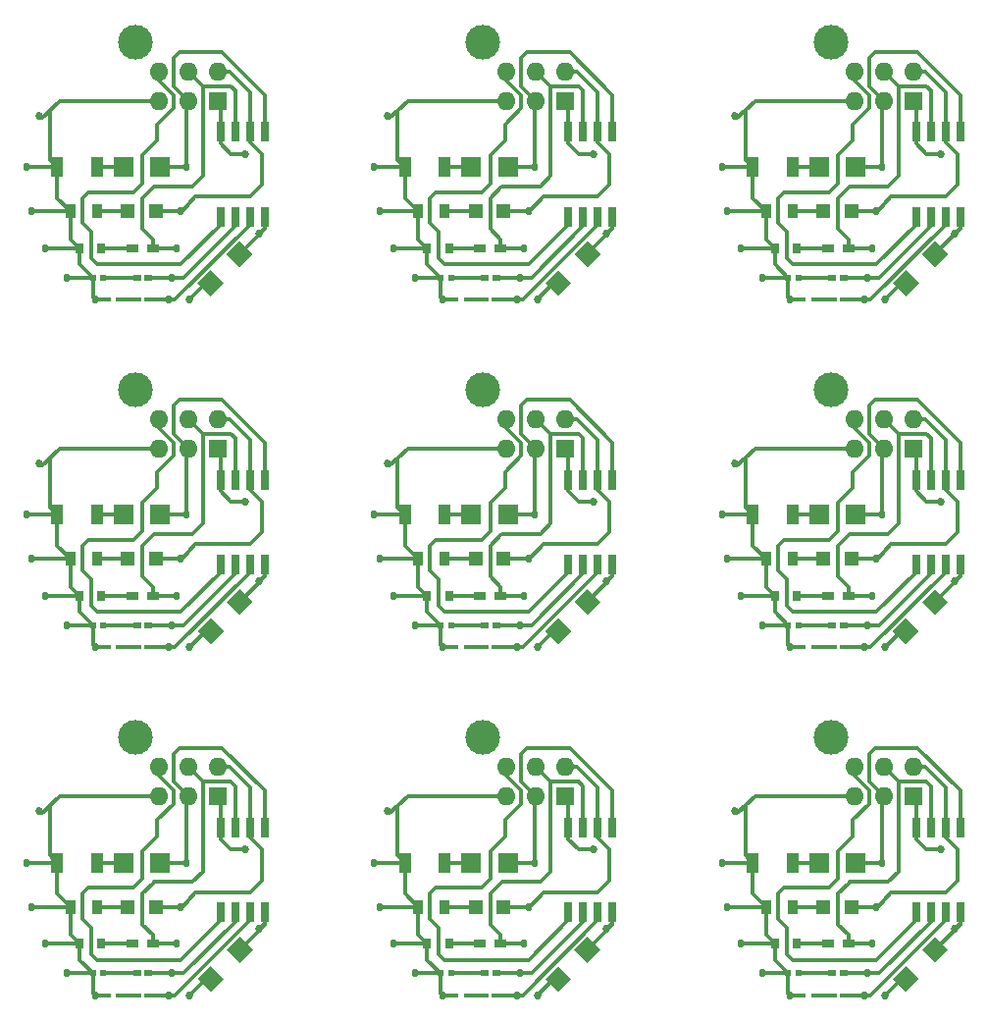
<source format=gtl>
%MOIN*%
%OFA0B0*%
%FSLAX46Y46*%
%IPPOS*%
%LPD*%
%ADD10C,0.0039370078740157488*%
%ADD11R,0.015748031496062995X0.015748031496062995*%
%ADD12R,0.027559055118110236X0.023622047244094488*%
%ADD13O,0.062992125984251982X0.062992125984251982*%
%ADD14R,0.062992125984251982X0.062992125984251982*%
%ADD15R,0.066929133858267723X0.0709*%
%ADD16R,0.051181102362204731X0.0472*%
%ADD17R,0.03937007874015748X0.031400000000000004*%
%ADD18R,0.025590551181102365X0.066929133858267723*%
%ADD19O,0.02X0.030000000000000002*%
%ADD20R,0.043307086614173235X0.066929133858267723*%
%ADD21R,0.035433070866141732X0.051181102362204731*%
%ADD22R,0.027559055118110236X0.035433070866141732*%
%ADD23R,0.023622047244094488X0.023622047244094488*%
%ADD24R,0.017716535433070866X0.016929133858267716*%
%ADD25C,0.11811023622047245*%
%ADD26C,0.027*%
%ADD27C,0.012000000000000002*%
%ADD38C,0.0039370078740157488*%
%ADD39R,0.015748031496062995X0.015748031496062995*%
%ADD40R,0.027559055118110236X0.023622047244094488*%
%ADD41O,0.062992125984251982X0.062992125984251982*%
%ADD42R,0.062992125984251982X0.062992125984251982*%
%ADD43R,0.066929133858267723X0.0709*%
%ADD44R,0.051181102362204731X0.0472*%
%ADD45R,0.03937007874015748X0.031400000000000004*%
%ADD46R,0.025590551181102365X0.066929133858267723*%
%ADD47O,0.02X0.030000000000000002*%
%ADD48R,0.043307086614173235X0.066929133858267723*%
%ADD49R,0.035433070866141732X0.051181102362204731*%
%ADD50R,0.027559055118110236X0.035433070866141732*%
%ADD51R,0.023622047244094488X0.023622047244094488*%
%ADD52R,0.017716535433070866X0.016929133858267716*%
%ADD53C,0.11811023622047245*%
%ADD54C,0.027*%
%ADD55C,0.012000000000000002*%
%ADD56C,0.0039370078740157488*%
%ADD57R,0.015748031496062995X0.015748031496062995*%
%ADD58R,0.027559055118110236X0.023622047244094488*%
%ADD59O,0.062992125984251982X0.062992125984251982*%
%ADD60R,0.062992125984251982X0.062992125984251982*%
%ADD61R,0.066929133858267723X0.0709*%
%ADD62R,0.051181102362204731X0.0472*%
%ADD63R,0.03937007874015748X0.031400000000000004*%
%ADD64R,0.025590551181102365X0.066929133858267723*%
%ADD65O,0.02X0.030000000000000002*%
%ADD66R,0.043307086614173235X0.066929133858267723*%
%ADD67R,0.035433070866141732X0.051181102362204731*%
%ADD68R,0.027559055118110236X0.035433070866141732*%
%ADD69R,0.023622047244094488X0.023622047244094488*%
%ADD70R,0.017716535433070866X0.016929133858267716*%
%ADD71C,0.11811023622047245*%
%ADD72C,0.027*%
%ADD73C,0.012000000000000002*%
%ADD74C,0.0039370078740157488*%
%ADD75R,0.015748031496062995X0.015748031496062995*%
%ADD76R,0.027559055118110236X0.023622047244094488*%
%ADD77O,0.062992125984251982X0.062992125984251982*%
%ADD78R,0.062992125984251982X0.062992125984251982*%
%ADD79R,0.066929133858267723X0.0709*%
%ADD80R,0.051181102362204731X0.0472*%
%ADD81R,0.03937007874015748X0.031400000000000004*%
%ADD82R,0.025590551181102365X0.066929133858267723*%
%ADD83O,0.02X0.030000000000000002*%
%ADD84R,0.043307086614173235X0.066929133858267723*%
%ADD85R,0.035433070866141732X0.051181102362204731*%
%ADD86R,0.027559055118110236X0.035433070866141732*%
%ADD87R,0.023622047244094488X0.023622047244094488*%
%ADD88R,0.017716535433070866X0.016929133858267716*%
%ADD89C,0.11811023622047245*%
%ADD90C,0.027*%
%ADD91C,0.012000000000000002*%
%ADD92C,0.0039370078740157488*%
%ADD93R,0.015748031496062995X0.015748031496062995*%
%ADD94R,0.027559055118110236X0.023622047244094488*%
%ADD95O,0.062992125984251982X0.062992125984251982*%
%ADD96R,0.062992125984251982X0.062992125984251982*%
%ADD97R,0.066929133858267723X0.0709*%
%ADD98R,0.051181102362204731X0.0472*%
%ADD99R,0.03937007874015748X0.031400000000000004*%
%ADD100R,0.025590551181102365X0.066929133858267723*%
%ADD101O,0.02X0.030000000000000002*%
%ADD102R,0.043307086614173235X0.066929133858267723*%
%ADD103R,0.035433070866141732X0.051181102362204731*%
%ADD104R,0.027559055118110236X0.035433070866141732*%
%ADD105R,0.023622047244094488X0.023622047244094488*%
%ADD106R,0.017716535433070866X0.016929133858267716*%
%ADD107C,0.11811023622047245*%
%ADD108C,0.027*%
%ADD109C,0.012000000000000002*%
%ADD110C,0.0039370078740157488*%
%ADD111R,0.015748031496062995X0.015748031496062995*%
%ADD112R,0.027559055118110236X0.023622047244094488*%
%ADD113O,0.062992125984251982X0.062992125984251982*%
%ADD114R,0.062992125984251982X0.062992125984251982*%
%ADD115R,0.066929133858267723X0.0709*%
%ADD116R,0.051181102362204731X0.0472*%
%ADD117R,0.03937007874015748X0.031400000000000004*%
%ADD118R,0.025590551181102365X0.066929133858267723*%
%ADD119O,0.02X0.030000000000000002*%
%ADD120R,0.043307086614173235X0.066929133858267723*%
%ADD121R,0.035433070866141732X0.051181102362204731*%
%ADD122R,0.027559055118110236X0.035433070866141732*%
%ADD123R,0.023622047244094488X0.023622047244094488*%
%ADD124R,0.017716535433070866X0.016929133858267716*%
%ADD125C,0.11811023622047245*%
%ADD126C,0.027*%
%ADD127C,0.012000000000000002*%
%ADD128C,0.0039370078740157488*%
%ADD129R,0.015748031496062995X0.015748031496062995*%
%ADD130R,0.027559055118110236X0.023622047244094488*%
%ADD131O,0.062992125984251982X0.062992125984251982*%
%ADD132R,0.062992125984251982X0.062992125984251982*%
%ADD133R,0.066929133858267723X0.0709*%
%ADD134R,0.051181102362204731X0.0472*%
%ADD135R,0.03937007874015748X0.031400000000000004*%
%ADD136R,0.025590551181102365X0.066929133858267723*%
%ADD137O,0.02X0.030000000000000002*%
%ADD138R,0.043307086614173235X0.066929133858267723*%
%ADD139R,0.035433070866141732X0.051181102362204731*%
%ADD140R,0.027559055118110236X0.035433070866141732*%
%ADD141R,0.023622047244094488X0.023622047244094488*%
%ADD142R,0.017716535433070866X0.016929133858267716*%
%ADD143C,0.11811023622047245*%
%ADD144C,0.027*%
%ADD145C,0.012000000000000002*%
%ADD146C,0.0039370078740157488*%
%ADD147R,0.015748031496062995X0.015748031496062995*%
%ADD148R,0.027559055118110236X0.023622047244094488*%
%ADD149O,0.062992125984251982X0.062992125984251982*%
%ADD150R,0.062992125984251982X0.062992125984251982*%
%ADD151R,0.066929133858267723X0.0709*%
%ADD152R,0.051181102362204731X0.0472*%
%ADD153R,0.03937007874015748X0.031400000000000004*%
%ADD154R,0.025590551181102365X0.066929133858267723*%
%ADD155O,0.02X0.030000000000000002*%
%ADD156R,0.043307086614173235X0.066929133858267723*%
%ADD157R,0.035433070866141732X0.051181102362204731*%
%ADD158R,0.027559055118110236X0.035433070866141732*%
%ADD159R,0.023622047244094488X0.023622047244094488*%
%ADD160R,0.017716535433070866X0.016929133858267716*%
%ADD161C,0.11811023622047245*%
%ADD162C,0.027*%
%ADD163C,0.012000000000000002*%
%ADD164C,0.0039370078740157488*%
%ADD165R,0.015748031496062995X0.015748031496062995*%
%ADD166R,0.027559055118110236X0.023622047244094488*%
%ADD167O,0.062992125984251982X0.062992125984251982*%
%ADD168R,0.062992125984251982X0.062992125984251982*%
%ADD169R,0.066929133858267723X0.0709*%
%ADD170R,0.051181102362204731X0.0472*%
%ADD171R,0.03937007874015748X0.031400000000000004*%
%ADD172R,0.025590551181102365X0.066929133858267723*%
%ADD173O,0.02X0.030000000000000002*%
%ADD174R,0.043307086614173235X0.066929133858267723*%
%ADD175R,0.035433070866141732X0.051181102362204731*%
%ADD176R,0.027559055118110236X0.035433070866141732*%
%ADD177R,0.023622047244094488X0.023622047244094488*%
%ADD178R,0.017716535433070866X0.016929133858267716*%
%ADD179C,0.11811023622047245*%
%ADD180C,0.027*%
%ADD181C,0.012000000000000002*%
G01*
D10*
D11*
X-0007643492Y0004156443D02*
X0000544696Y0000081443D03*
X0000568318Y0000081443D03*
D12*
X0000536822Y0000156443D03*
X0000576192Y0000156443D03*
D10*
G36*
X0000886004Y0000280482D02*
X0000930546Y0000235940D01*
X0000886004Y0000191398D01*
X0000841462Y0000235940D01*
X0000886004Y0000280482D01*
X0000886004Y0000280482D01*
G37*
G36*
X0000787009Y0000181487D02*
X0000831551Y0000136945D01*
X0000787009Y0000092403D01*
X0000742467Y0000136945D01*
X0000787009Y0000181487D01*
X0000787009Y0000181487D01*
G37*
D13*
X0000811507Y0000856443D03*
D14*
X0000811507Y0000756443D03*
D13*
X0000711507Y0000856443D03*
X0000711507Y0000756443D03*
X0000611507Y0000856443D03*
X0000611507Y0000756443D03*
D15*
X0000616507Y0000531443D03*
X0000491507Y0000531443D03*
D16*
X0000601507Y0000381443D03*
X0000506507Y0000381443D03*
D17*
X0000591507Y0000256443D03*
X0000521507Y0000256443D03*
D18*
X0000821507Y0000362742D03*
X0000871507Y0000362742D03*
X0000921507Y0000362742D03*
X0000971507Y0000362742D03*
X0000971507Y0000650143D03*
X0000921507Y0000650143D03*
X0000871507Y0000650143D03*
X0000821507Y0000650143D03*
D19*
X0000706507Y0000531443D03*
X0000686507Y0000381443D03*
X0000671507Y0000256443D03*
X0000656507Y0000156443D03*
X0000646507Y0000081443D03*
X0000161507Y0000531443D03*
X0000179007Y0000381443D03*
X0000226507Y0000256443D03*
X0000299007Y0000156443D03*
X0000394007Y0000081443D03*
D20*
X0000401507Y0000531443D03*
X0000266507Y0000531443D03*
D21*
X0000401507Y0000381443D03*
X0000311507Y0000381443D03*
D22*
X0000416507Y0000256443D03*
X0000341507Y0000256443D03*
D23*
X0000422255Y0000156443D03*
X0000386822Y0000156443D03*
D24*
X0000472255Y0000081443D03*
X0000440759Y0000081443D03*
D25*
X0000531507Y0000956443D03*
D26*
X0000206507Y0000706443D03*
X0000951507Y0000306443D03*
X0000716507Y0000081443D03*
X0000906507Y0000576443D03*
D27*
X0000394007Y0000081443D02*
X0000440759Y0000081443D01*
X0000386822Y0000156443D02*
X0000386822Y0000088628D01*
X0000386822Y0000088628D02*
X0000394007Y0000081443D01*
X0000214007Y0000698943D02*
X0000209007Y0000703943D01*
X0000209007Y0000703943D02*
X0000206507Y0000706443D01*
X0000971507Y0000362742D02*
X0000971507Y0000326443D01*
X0000971507Y0000326443D02*
X0000951507Y0000306443D01*
X0000877185Y0000227120D02*
X0000971507Y0000321443D01*
X0000971507Y0000321443D02*
X0000971507Y0000362742D01*
X0000341507Y0000256443D02*
X0000341507Y0000201758D01*
X0000341507Y0000201758D02*
X0000386822Y0000156443D01*
X0000311507Y0000381443D02*
X0000311507Y0000286443D01*
X0000311507Y0000286443D02*
X0000341507Y0000256443D01*
X0000266507Y0000531443D02*
X0000266507Y0000426443D01*
X0000266507Y0000426443D02*
X0000311507Y0000381443D01*
X0000611507Y0000756443D02*
X0000276507Y0000756443D01*
X0000241507Y0000556443D02*
X0000266507Y0000531443D01*
X0000241507Y0000721443D02*
X0000241507Y0000556443D01*
X0000276507Y0000756443D02*
X0000214007Y0000698943D01*
X0000214007Y0000698943D02*
X0000241507Y0000721443D01*
X0000299007Y0000156443D02*
X0000386822Y0000156443D01*
X0000226507Y0000256443D02*
X0000341507Y0000256443D01*
X0000184007Y0000381443D02*
X0000311507Y0000381443D01*
X0000266507Y0000531443D02*
X0000161507Y0000531443D01*
X0000716507Y0000081443D02*
X0000772009Y0000136945D01*
X0000772009Y0000136945D02*
X0000787009Y0000136945D01*
X0000821507Y0000650143D02*
X0000821507Y0000611443D01*
X0000856507Y0000576443D02*
X0000906507Y0000576443D01*
X0000821507Y0000611443D02*
X0000856507Y0000576443D01*
X0000780829Y0000130765D02*
X0000775829Y0000130765D01*
X0000821507Y0000650143D02*
X0000821507Y0000746443D01*
X0000821507Y0000746443D02*
X0000811507Y0000756443D01*
X0000921507Y0000650143D02*
X0000921507Y0000616443D01*
X0000736507Y0000431443D02*
X0000841507Y0000431443D01*
X0000736507Y0000431443D02*
X0000691507Y0000381443D01*
X0000921507Y0000431443D02*
X0000841507Y0000431443D01*
X0000961507Y0000471443D02*
X0000921507Y0000431443D01*
X0000961507Y0000576443D02*
X0000961507Y0000471443D01*
X0000921507Y0000616443D02*
X0000961507Y0000576443D01*
X0000686507Y0000381443D02*
X0000691507Y0000381443D01*
X0000921507Y0000650143D02*
X0000921507Y0000786443D01*
X0000851507Y0000856443D02*
X0000811507Y0000856443D01*
X0000921507Y0000786443D02*
X0000851507Y0000856443D01*
X0000601507Y0000381443D02*
X0000686507Y0000381443D01*
X0000711507Y0000856443D02*
X0000761507Y0000806443D01*
X0000761507Y0000806443D02*
X0000761507Y0000501443D01*
X0000556507Y0000426443D02*
X0000591507Y0000461443D01*
X0000556507Y0000321443D02*
X0000556507Y0000426443D01*
X0000591507Y0000286443D02*
X0000556507Y0000321443D01*
X0000591507Y0000256443D02*
X0000591507Y0000286443D01*
X0000596507Y0000466443D02*
X0000591507Y0000461443D01*
X0000726507Y0000466443D02*
X0000596507Y0000466443D01*
X0000761507Y0000501443D02*
X0000726507Y0000466443D01*
X0000871507Y0000650143D02*
X0000871507Y0000791443D01*
X0000856507Y0000806443D02*
X0000761507Y0000806443D01*
X0000871507Y0000791443D02*
X0000856507Y0000806443D01*
X0000591507Y0000256443D02*
X0000671507Y0000256443D01*
X0000706507Y0000531443D02*
X0000706507Y0000751443D01*
X0000706507Y0000751443D02*
X0000711507Y0000756443D01*
X0000971507Y0000650143D02*
X0000971507Y0000776443D01*
X0000661507Y0000806443D02*
X0000711507Y0000756443D01*
X0000661507Y0000901443D02*
X0000661507Y0000806443D01*
X0000681507Y0000921443D02*
X0000661507Y0000901443D01*
X0000826507Y0000921443D02*
X0000681507Y0000921443D01*
X0000971507Y0000776443D02*
X0000826507Y0000921443D01*
X0000616507Y0000531443D02*
X0000706507Y0000531443D01*
X0000821507Y0000362742D02*
X0000821507Y0000336443D01*
X0000821507Y0000336443D02*
X0000686507Y0000201443D01*
X0000686507Y0000201443D02*
X0000401507Y0000201443D01*
X0000401507Y0000201443D02*
X0000381507Y0000221443D01*
X0000381507Y0000221443D02*
X0000381507Y0000311443D01*
X0000381507Y0000311443D02*
X0000351507Y0000341443D01*
X0000351507Y0000341443D02*
X0000351507Y0000426443D01*
X0000351507Y0000426443D02*
X0000371507Y0000446443D01*
X0000371507Y0000446443D02*
X0000526507Y0000446443D01*
X0000526507Y0000446443D02*
X0000556507Y0000476443D01*
X0000556507Y0000476443D02*
X0000556507Y0000571443D01*
X0000556507Y0000571443D02*
X0000606507Y0000621443D01*
X0000606507Y0000621443D02*
X0000606507Y0000676443D01*
X0000606507Y0000676443D02*
X0000661507Y0000731443D01*
X0000661507Y0000731443D02*
X0000661507Y0000776443D01*
X0000661507Y0000776443D02*
X0000611507Y0000826443D01*
X0000611507Y0000826443D02*
X0000611507Y0000856443D01*
X0000401507Y0000381443D02*
X0000506507Y0000381443D01*
X0000416507Y0000256443D02*
X0000521507Y0000256443D01*
X0000422255Y0000156443D02*
X0000532885Y0000156443D01*
X0000491507Y0000531443D02*
X0000401507Y0000531443D01*
X0000656507Y0000156443D02*
X0000696507Y0000156443D01*
X0000696507Y0000156443D02*
X0000871507Y0000331443D01*
X0000871507Y0000331443D02*
X0000871507Y0000362742D01*
X0000576192Y0000156443D02*
X0000656507Y0000156443D01*
X0000568318Y0000081443D02*
X0000591507Y0000081443D01*
X0000591507Y0000081443D02*
X0000646507Y0000081443D01*
X0000651507Y0000081443D02*
X0000666507Y0000081443D01*
X0000666507Y0000081443D02*
X0000921507Y0000336443D01*
X0000921507Y0000336443D02*
X0000921507Y0000362742D01*
X0000544696Y0000081443D02*
X0000521507Y0000081443D01*
X0000521507Y0000081443D02*
X0000472255Y0000081443D01*
G04 next file*
G04 #@! TF.FileFunction,Copper,L1,Top,Signal*
G04 Gerber Fmt 4.6, Leading zero omitted, Abs format (unit mm)*
G04 Created by KiCad (PCBNEW 4.0.6) date 08/25/20 16:41:01*
G01*
G04 APERTURE LIST*
G04 APERTURE END LIST*
D38*
D39*
X-0006462368Y0004156443D02*
X0001725820Y0000081443D03*
X0001749442Y0000081443D03*
D40*
X0001717946Y0000156443D03*
X0001757316Y0000156443D03*
D38*
G36*
X0002067129Y0000280482D02*
X0002111671Y0000235940D01*
X0002067129Y0000191398D01*
X0002022587Y0000235940D01*
X0002067129Y0000280482D01*
X0002067129Y0000280482D01*
G37*
G36*
X0001968134Y0000181487D02*
X0002012676Y0000136945D01*
X0001968134Y0000092403D01*
X0001923592Y0000136945D01*
X0001968134Y0000181487D01*
X0001968134Y0000181487D01*
G37*
D41*
X0001992631Y0000856443D03*
D42*
X0001992631Y0000756443D03*
D41*
X0001892631Y0000856443D03*
X0001892631Y0000756443D03*
X0001792631Y0000856443D03*
X0001792631Y0000756443D03*
D43*
X0001797631Y0000531443D03*
X0001672631Y0000531443D03*
D44*
X0001782631Y0000381443D03*
X0001687631Y0000381443D03*
D45*
X0001772631Y0000256443D03*
X0001702631Y0000256443D03*
D46*
X0002002631Y0000362742D03*
X0002052631Y0000362742D03*
X0002102631Y0000362742D03*
X0002152631Y0000362742D03*
X0002152631Y0000650143D03*
X0002102631Y0000650143D03*
X0002052631Y0000650143D03*
X0002002631Y0000650143D03*
D47*
X0001887631Y0000531443D03*
X0001867631Y0000381443D03*
X0001852631Y0000256443D03*
X0001837631Y0000156443D03*
X0001827631Y0000081443D03*
X0001342631Y0000531443D03*
X0001360131Y0000381443D03*
X0001407631Y0000256443D03*
X0001480131Y0000156443D03*
X0001575131Y0000081443D03*
D48*
X0001582631Y0000531443D03*
X0001447631Y0000531443D03*
D49*
X0001582631Y0000381443D03*
X0001492631Y0000381443D03*
D50*
X0001597631Y0000256443D03*
X0001522631Y0000256443D03*
D51*
X0001603379Y0000156443D03*
X0001567946Y0000156443D03*
D52*
X0001653379Y0000081443D03*
X0001621883Y0000081443D03*
D53*
X0001712631Y0000956443D03*
D54*
X0001387631Y0000706443D03*
X0002132631Y0000306443D03*
X0001897631Y0000081443D03*
X0002087631Y0000576443D03*
D55*
X0001575131Y0000081443D02*
X0001621883Y0000081443D01*
X0001567946Y0000156443D02*
X0001567946Y0000088628D01*
X0001567946Y0000088628D02*
X0001575131Y0000081443D01*
X0001395131Y0000698943D02*
X0001390131Y0000703943D01*
X0001390131Y0000703943D02*
X0001387631Y0000706443D01*
X0002152631Y0000362742D02*
X0002152631Y0000326443D01*
X0002152631Y0000326443D02*
X0002132631Y0000306443D01*
X0002058309Y0000227120D02*
X0002152631Y0000321443D01*
X0002152631Y0000321443D02*
X0002152631Y0000362742D01*
X0001522631Y0000256443D02*
X0001522631Y0000201758D01*
X0001522631Y0000201758D02*
X0001567946Y0000156443D01*
X0001492631Y0000381443D02*
X0001492631Y0000286443D01*
X0001492631Y0000286443D02*
X0001522631Y0000256443D01*
X0001447631Y0000531443D02*
X0001447631Y0000426443D01*
X0001447631Y0000426443D02*
X0001492631Y0000381443D01*
X0001792631Y0000756443D02*
X0001457631Y0000756443D01*
X0001422631Y0000556443D02*
X0001447631Y0000531443D01*
X0001422631Y0000721443D02*
X0001422631Y0000556443D01*
X0001457631Y0000756443D02*
X0001395131Y0000698943D01*
X0001395131Y0000698943D02*
X0001422631Y0000721443D01*
X0001480131Y0000156443D02*
X0001567946Y0000156443D01*
X0001407631Y0000256443D02*
X0001522631Y0000256443D01*
X0001365131Y0000381443D02*
X0001492631Y0000381443D01*
X0001447631Y0000531443D02*
X0001342631Y0000531443D01*
X0001897631Y0000081443D02*
X0001953134Y0000136945D01*
X0001953134Y0000136945D02*
X0001968134Y0000136945D01*
X0002002631Y0000650143D02*
X0002002631Y0000611443D01*
X0002037631Y0000576443D02*
X0002087631Y0000576443D01*
X0002002631Y0000611443D02*
X0002037631Y0000576443D01*
X0001961954Y0000130765D02*
X0001956954Y0000130765D01*
X0002002631Y0000650143D02*
X0002002631Y0000746443D01*
X0002002631Y0000746443D02*
X0001992631Y0000756443D01*
X0002102631Y0000650143D02*
X0002102631Y0000616443D01*
X0001917631Y0000431443D02*
X0002022631Y0000431443D01*
X0001917631Y0000431443D02*
X0001872631Y0000381443D01*
X0002102631Y0000431443D02*
X0002022631Y0000431443D01*
X0002142631Y0000471443D02*
X0002102631Y0000431443D01*
X0002142631Y0000576443D02*
X0002142631Y0000471443D01*
X0002102631Y0000616443D02*
X0002142631Y0000576443D01*
X0001867631Y0000381443D02*
X0001872631Y0000381443D01*
X0002102631Y0000650143D02*
X0002102631Y0000786443D01*
X0002032631Y0000856443D02*
X0001992631Y0000856443D01*
X0002102631Y0000786443D02*
X0002032631Y0000856443D01*
X0001782631Y0000381443D02*
X0001867631Y0000381443D01*
X0001892631Y0000856443D02*
X0001942631Y0000806443D01*
X0001942631Y0000806443D02*
X0001942631Y0000501443D01*
X0001737631Y0000426443D02*
X0001772631Y0000461443D01*
X0001737631Y0000321443D02*
X0001737631Y0000426443D01*
X0001772631Y0000286443D02*
X0001737631Y0000321443D01*
X0001772631Y0000256443D02*
X0001772631Y0000286443D01*
X0001777631Y0000466443D02*
X0001772631Y0000461443D01*
X0001907631Y0000466443D02*
X0001777631Y0000466443D01*
X0001942631Y0000501443D02*
X0001907631Y0000466443D01*
X0002052631Y0000650143D02*
X0002052631Y0000791443D01*
X0002037631Y0000806443D02*
X0001942631Y0000806443D01*
X0002052631Y0000791443D02*
X0002037631Y0000806443D01*
X0001772631Y0000256443D02*
X0001852631Y0000256443D01*
X0001887631Y0000531443D02*
X0001887631Y0000751443D01*
X0001887631Y0000751443D02*
X0001892631Y0000756443D01*
X0002152631Y0000650143D02*
X0002152631Y0000776443D01*
X0001842631Y0000806443D02*
X0001892631Y0000756443D01*
X0001842631Y0000901443D02*
X0001842631Y0000806443D01*
X0001862631Y0000921443D02*
X0001842631Y0000901443D01*
X0002007631Y0000921443D02*
X0001862631Y0000921443D01*
X0002152631Y0000776443D02*
X0002007631Y0000921443D01*
X0001797631Y0000531443D02*
X0001887631Y0000531443D01*
X0002002631Y0000362742D02*
X0002002631Y0000336443D01*
X0002002631Y0000336443D02*
X0001867631Y0000201443D01*
X0001867631Y0000201443D02*
X0001582631Y0000201443D01*
X0001582631Y0000201443D02*
X0001562631Y0000221443D01*
X0001562631Y0000221443D02*
X0001562631Y0000311443D01*
X0001562631Y0000311443D02*
X0001532631Y0000341443D01*
X0001532631Y0000341443D02*
X0001532631Y0000426443D01*
X0001532631Y0000426443D02*
X0001552631Y0000446443D01*
X0001552631Y0000446443D02*
X0001707631Y0000446443D01*
X0001707631Y0000446443D02*
X0001737631Y0000476443D01*
X0001737631Y0000476443D02*
X0001737631Y0000571443D01*
X0001737631Y0000571443D02*
X0001787631Y0000621443D01*
X0001787631Y0000621443D02*
X0001787631Y0000676443D01*
X0001787631Y0000676443D02*
X0001842631Y0000731443D01*
X0001842631Y0000731443D02*
X0001842631Y0000776443D01*
X0001842631Y0000776443D02*
X0001792631Y0000826443D01*
X0001792631Y0000826443D02*
X0001792631Y0000856443D01*
X0001582631Y0000381443D02*
X0001687631Y0000381443D01*
X0001597631Y0000256443D02*
X0001702631Y0000256443D01*
X0001603379Y0000156443D02*
X0001714009Y0000156443D01*
X0001672631Y0000531443D02*
X0001582631Y0000531443D01*
X0001837631Y0000156443D02*
X0001877631Y0000156443D01*
X0001877631Y0000156443D02*
X0002052631Y0000331443D01*
X0002052631Y0000331443D02*
X0002052631Y0000362742D01*
X0001757316Y0000156443D02*
X0001837631Y0000156443D01*
X0001749442Y0000081443D02*
X0001772631Y0000081443D01*
X0001772631Y0000081443D02*
X0001827631Y0000081443D01*
X0001832631Y0000081443D02*
X0001847631Y0000081443D01*
X0001847631Y0000081443D02*
X0002102631Y0000336443D01*
X0002102631Y0000336443D02*
X0002102631Y0000362742D01*
X0001725820Y0000081443D02*
X0001702631Y0000081443D01*
X0001702631Y0000081443D02*
X0001653379Y0000081443D01*
G04 next file*
G04 #@! TF.FileFunction,Copper,L1,Top,Signal*
G04 Gerber Fmt 4.6, Leading zero omitted, Abs format (unit mm)*
G04 Created by KiCad (PCBNEW 4.0.6) date 08/25/20 16:41:01*
G01*
G04 APERTURE LIST*
G04 APERTURE END LIST*
D56*
D57*
X-0005281242Y0004156443D02*
X0002906946Y0000081443D03*
X0002930568Y0000081443D03*
D58*
X0002899072Y0000156443D03*
X0002938442Y0000156443D03*
D56*
G36*
X0003248254Y0000280482D02*
X0003292796Y0000235940D01*
X0003248254Y0000191398D01*
X0003203712Y0000235940D01*
X0003248254Y0000280482D01*
X0003248254Y0000280482D01*
G37*
G36*
X0003149259Y0000181487D02*
X0003193801Y0000136945D01*
X0003149259Y0000092403D01*
X0003104717Y0000136945D01*
X0003149259Y0000181487D01*
X0003149259Y0000181487D01*
G37*
D59*
X0003173757Y0000856443D03*
D60*
X0003173757Y0000756443D03*
D59*
X0003073757Y0000856443D03*
X0003073757Y0000756443D03*
X0002973757Y0000856443D03*
X0002973757Y0000756443D03*
D61*
X0002978757Y0000531443D03*
X0002853757Y0000531443D03*
D62*
X0002963757Y0000381443D03*
X0002868757Y0000381443D03*
D63*
X0002953757Y0000256443D03*
X0002883757Y0000256443D03*
D64*
X0003183757Y0000362742D03*
X0003233757Y0000362742D03*
X0003283757Y0000362742D03*
X0003333757Y0000362742D03*
X0003333757Y0000650143D03*
X0003283757Y0000650143D03*
X0003233757Y0000650143D03*
X0003183757Y0000650143D03*
D65*
X0003068757Y0000531443D03*
X0003048757Y0000381443D03*
X0003033757Y0000256443D03*
X0003018757Y0000156443D03*
X0003008757Y0000081443D03*
X0002523757Y0000531443D03*
X0002541257Y0000381443D03*
X0002588757Y0000256443D03*
X0002661257Y0000156443D03*
X0002756257Y0000081443D03*
D66*
X0002763757Y0000531443D03*
X0002628757Y0000531443D03*
D67*
X0002763757Y0000381443D03*
X0002673757Y0000381443D03*
D68*
X0002778757Y0000256443D03*
X0002703757Y0000256443D03*
D69*
X0002784505Y0000156443D03*
X0002749072Y0000156443D03*
D70*
X0002834505Y0000081443D03*
X0002803009Y0000081443D03*
D71*
X0002893757Y0000956443D03*
D72*
X0002568757Y0000706443D03*
X0003313757Y0000306443D03*
X0003078757Y0000081443D03*
X0003268757Y0000576443D03*
D73*
X0002756257Y0000081443D02*
X0002803009Y0000081443D01*
X0002749072Y0000156443D02*
X0002749072Y0000088628D01*
X0002749072Y0000088628D02*
X0002756257Y0000081443D01*
X0002576257Y0000698943D02*
X0002571257Y0000703943D01*
X0002571257Y0000703943D02*
X0002568757Y0000706443D01*
X0003333757Y0000362742D02*
X0003333757Y0000326443D01*
X0003333757Y0000326443D02*
X0003313757Y0000306443D01*
X0003239434Y0000227120D02*
X0003333757Y0000321443D01*
X0003333757Y0000321443D02*
X0003333757Y0000362742D01*
X0002703757Y0000256443D02*
X0002703757Y0000201758D01*
X0002703757Y0000201758D02*
X0002749072Y0000156443D01*
X0002673757Y0000381443D02*
X0002673757Y0000286443D01*
X0002673757Y0000286443D02*
X0002703757Y0000256443D01*
X0002628757Y0000531443D02*
X0002628757Y0000426443D01*
X0002628757Y0000426443D02*
X0002673757Y0000381443D01*
X0002973757Y0000756443D02*
X0002638757Y0000756443D01*
X0002603757Y0000556443D02*
X0002628757Y0000531443D01*
X0002603757Y0000721443D02*
X0002603757Y0000556443D01*
X0002638757Y0000756443D02*
X0002576257Y0000698943D01*
X0002576257Y0000698943D02*
X0002603757Y0000721443D01*
X0002661257Y0000156443D02*
X0002749072Y0000156443D01*
X0002588757Y0000256443D02*
X0002703757Y0000256443D01*
X0002546257Y0000381443D02*
X0002673757Y0000381443D01*
X0002628757Y0000531443D02*
X0002523757Y0000531443D01*
X0003078757Y0000081443D02*
X0003134259Y0000136945D01*
X0003134259Y0000136945D02*
X0003149259Y0000136945D01*
X0003183757Y0000650143D02*
X0003183757Y0000611443D01*
X0003218757Y0000576443D02*
X0003268757Y0000576443D01*
X0003183757Y0000611443D02*
X0003218757Y0000576443D01*
X0003143079Y0000130765D02*
X0003138079Y0000130765D01*
X0003183757Y0000650143D02*
X0003183757Y0000746443D01*
X0003183757Y0000746443D02*
X0003173757Y0000756443D01*
X0003283757Y0000650143D02*
X0003283757Y0000616443D01*
X0003098757Y0000431443D02*
X0003203757Y0000431443D01*
X0003098757Y0000431443D02*
X0003053757Y0000381443D01*
X0003283757Y0000431443D02*
X0003203757Y0000431443D01*
X0003323757Y0000471443D02*
X0003283757Y0000431443D01*
X0003323757Y0000576443D02*
X0003323757Y0000471443D01*
X0003283757Y0000616443D02*
X0003323757Y0000576443D01*
X0003048757Y0000381443D02*
X0003053757Y0000381443D01*
X0003283757Y0000650143D02*
X0003283757Y0000786443D01*
X0003213757Y0000856443D02*
X0003173757Y0000856443D01*
X0003283757Y0000786443D02*
X0003213757Y0000856443D01*
X0002963757Y0000381443D02*
X0003048757Y0000381443D01*
X0003073757Y0000856443D02*
X0003123757Y0000806443D01*
X0003123757Y0000806443D02*
X0003123757Y0000501443D01*
X0002918757Y0000426443D02*
X0002953757Y0000461443D01*
X0002918757Y0000321443D02*
X0002918757Y0000426443D01*
X0002953757Y0000286443D02*
X0002918757Y0000321443D01*
X0002953757Y0000256443D02*
X0002953757Y0000286443D01*
X0002958757Y0000466443D02*
X0002953757Y0000461443D01*
X0003088757Y0000466443D02*
X0002958757Y0000466443D01*
X0003123757Y0000501443D02*
X0003088757Y0000466443D01*
X0003233757Y0000650143D02*
X0003233757Y0000791443D01*
X0003218757Y0000806443D02*
X0003123757Y0000806443D01*
X0003233757Y0000791443D02*
X0003218757Y0000806443D01*
X0002953757Y0000256443D02*
X0003033757Y0000256443D01*
X0003068757Y0000531443D02*
X0003068757Y0000751443D01*
X0003068757Y0000751443D02*
X0003073757Y0000756443D01*
X0003333757Y0000650143D02*
X0003333757Y0000776443D01*
X0003023757Y0000806443D02*
X0003073757Y0000756443D01*
X0003023757Y0000901443D02*
X0003023757Y0000806443D01*
X0003043757Y0000921443D02*
X0003023757Y0000901443D01*
X0003188757Y0000921443D02*
X0003043757Y0000921443D01*
X0003333757Y0000776443D02*
X0003188757Y0000921443D01*
X0002978757Y0000531443D02*
X0003068757Y0000531443D01*
X0003183757Y0000362742D02*
X0003183757Y0000336443D01*
X0003183757Y0000336443D02*
X0003048757Y0000201443D01*
X0003048757Y0000201443D02*
X0002763757Y0000201443D01*
X0002763757Y0000201443D02*
X0002743757Y0000221443D01*
X0002743757Y0000221443D02*
X0002743757Y0000311443D01*
X0002743757Y0000311443D02*
X0002713757Y0000341443D01*
X0002713757Y0000341443D02*
X0002713757Y0000426443D01*
X0002713757Y0000426443D02*
X0002733757Y0000446443D01*
X0002733757Y0000446443D02*
X0002888757Y0000446443D01*
X0002888757Y0000446443D02*
X0002918757Y0000476443D01*
X0002918757Y0000476443D02*
X0002918757Y0000571443D01*
X0002918757Y0000571443D02*
X0002968757Y0000621443D01*
X0002968757Y0000621443D02*
X0002968757Y0000676443D01*
X0002968757Y0000676443D02*
X0003023757Y0000731443D01*
X0003023757Y0000731443D02*
X0003023757Y0000776443D01*
X0003023757Y0000776443D02*
X0002973757Y0000826443D01*
X0002973757Y0000826443D02*
X0002973757Y0000856443D01*
X0002763757Y0000381443D02*
X0002868757Y0000381443D01*
X0002778757Y0000256443D02*
X0002883757Y0000256443D01*
X0002784505Y0000156443D02*
X0002895135Y0000156443D01*
X0002853757Y0000531443D02*
X0002763757Y0000531443D01*
X0003018757Y0000156443D02*
X0003058757Y0000156443D01*
X0003058757Y0000156443D02*
X0003233757Y0000331443D01*
X0003233757Y0000331443D02*
X0003233757Y0000362742D01*
X0002938442Y0000156443D02*
X0003018757Y0000156443D01*
X0002930568Y0000081443D02*
X0002953757Y0000081443D01*
X0002953757Y0000081443D02*
X0003008757Y0000081443D01*
X0003013757Y0000081443D02*
X0003028757Y0000081443D01*
X0003028757Y0000081443D02*
X0003283757Y0000336443D01*
X0003283757Y0000336443D02*
X0003283757Y0000362742D01*
X0002906946Y0000081443D02*
X0002883757Y0000081443D01*
X0002883757Y0000081443D02*
X0002834505Y0000081443D01*
G04 next file*
G04 #@! TF.FileFunction,Copper,L1,Top,Signal*
G04 Gerber Fmt 4.6, Leading zero omitted, Abs format (unit mm)*
G04 Created by KiCad (PCBNEW 4.0.6) date 08/25/20 16:41:01*
G01*
G04 APERTURE LIST*
G04 APERTURE END LIST*
D74*
D75*
X-0007643492Y0005337439D02*
X0000544696Y0001262439D03*
X0000568318Y0001262439D03*
D76*
X0000536822Y0001337439D03*
X0000576192Y0001337439D03*
D74*
G36*
X0000886004Y0001461478D02*
X0000930546Y0001416936D01*
X0000886004Y0001372394D01*
X0000841462Y0001416936D01*
X0000886004Y0001461478D01*
X0000886004Y0001461478D01*
G37*
G36*
X0000787009Y0001362483D02*
X0000831551Y0001317941D01*
X0000787009Y0001273399D01*
X0000742467Y0001317941D01*
X0000787009Y0001362483D01*
X0000787009Y0001362483D01*
G37*
D77*
X0000811507Y0002037439D03*
D78*
X0000811507Y0001937439D03*
D77*
X0000711507Y0002037439D03*
X0000711507Y0001937439D03*
X0000611507Y0002037439D03*
X0000611507Y0001937439D03*
D79*
X0000616507Y0001712439D03*
X0000491507Y0001712439D03*
D80*
X0000601507Y0001562439D03*
X0000506507Y0001562439D03*
D81*
X0000591507Y0001437439D03*
X0000521507Y0001437439D03*
D82*
X0000821507Y0001543738D03*
X0000871507Y0001543738D03*
X0000921507Y0001543738D03*
X0000971507Y0001543738D03*
X0000971507Y0001831139D03*
X0000921507Y0001831139D03*
X0000871507Y0001831139D03*
X0000821507Y0001831139D03*
D83*
X0000706507Y0001712439D03*
X0000686507Y0001562439D03*
X0000671507Y0001437439D03*
X0000656507Y0001337439D03*
X0000646507Y0001262439D03*
X0000161507Y0001712439D03*
X0000179007Y0001562439D03*
X0000226507Y0001437439D03*
X0000299007Y0001337439D03*
X0000394007Y0001262439D03*
D84*
X0000401507Y0001712439D03*
X0000266507Y0001712439D03*
D85*
X0000401507Y0001562439D03*
X0000311507Y0001562439D03*
D86*
X0000416507Y0001437439D03*
X0000341507Y0001437439D03*
D87*
X0000422255Y0001337439D03*
X0000386822Y0001337439D03*
D88*
X0000472255Y0001262439D03*
X0000440759Y0001262439D03*
D89*
X0000531507Y0002137439D03*
D90*
X0000206507Y0001887439D03*
X0000951507Y0001487439D03*
X0000716507Y0001262439D03*
X0000906507Y0001757439D03*
D91*
X0000394007Y0001262439D02*
X0000440759Y0001262439D01*
X0000386822Y0001337439D02*
X0000386822Y0001269624D01*
X0000386822Y0001269624D02*
X0000394007Y0001262439D01*
X0000214007Y0001879939D02*
X0000209007Y0001884939D01*
X0000209007Y0001884939D02*
X0000206507Y0001887439D01*
X0000971507Y0001543738D02*
X0000971507Y0001507439D01*
X0000971507Y0001507439D02*
X0000951507Y0001487439D01*
X0000877185Y0001408116D02*
X0000971507Y0001502439D01*
X0000971507Y0001502439D02*
X0000971507Y0001543738D01*
X0000341507Y0001437439D02*
X0000341507Y0001382754D01*
X0000341507Y0001382754D02*
X0000386822Y0001337439D01*
X0000311507Y0001562439D02*
X0000311507Y0001467439D01*
X0000311507Y0001467439D02*
X0000341507Y0001437439D01*
X0000266507Y0001712439D02*
X0000266507Y0001607439D01*
X0000266507Y0001607439D02*
X0000311507Y0001562439D01*
X0000611507Y0001937439D02*
X0000276507Y0001937439D01*
X0000241507Y0001737439D02*
X0000266507Y0001712439D01*
X0000241507Y0001902439D02*
X0000241507Y0001737439D01*
X0000276507Y0001937439D02*
X0000214007Y0001879939D01*
X0000214007Y0001879939D02*
X0000241507Y0001902439D01*
X0000299007Y0001337439D02*
X0000386822Y0001337439D01*
X0000226507Y0001437439D02*
X0000341507Y0001437439D01*
X0000184007Y0001562439D02*
X0000311507Y0001562439D01*
X0000266507Y0001712439D02*
X0000161507Y0001712439D01*
X0000716507Y0001262439D02*
X0000772009Y0001317941D01*
X0000772009Y0001317941D02*
X0000787009Y0001317941D01*
X0000821507Y0001831139D02*
X0000821507Y0001792439D01*
X0000856507Y0001757439D02*
X0000906507Y0001757439D01*
X0000821507Y0001792439D02*
X0000856507Y0001757439D01*
X0000780829Y0001311761D02*
X0000775829Y0001311761D01*
X0000821507Y0001831139D02*
X0000821507Y0001927439D01*
X0000821507Y0001927439D02*
X0000811507Y0001937439D01*
X0000921507Y0001831139D02*
X0000921507Y0001797439D01*
X0000736507Y0001612439D02*
X0000841507Y0001612439D01*
X0000736507Y0001612439D02*
X0000691507Y0001562439D01*
X0000921507Y0001612439D02*
X0000841507Y0001612439D01*
X0000961507Y0001652439D02*
X0000921507Y0001612439D01*
X0000961507Y0001757439D02*
X0000961507Y0001652439D01*
X0000921507Y0001797439D02*
X0000961507Y0001757439D01*
X0000686507Y0001562439D02*
X0000691507Y0001562439D01*
X0000921507Y0001831139D02*
X0000921507Y0001967439D01*
X0000851507Y0002037439D02*
X0000811507Y0002037439D01*
X0000921507Y0001967439D02*
X0000851507Y0002037439D01*
X0000601507Y0001562439D02*
X0000686507Y0001562439D01*
X0000711507Y0002037439D02*
X0000761507Y0001987439D01*
X0000761507Y0001987439D02*
X0000761507Y0001682439D01*
X0000556507Y0001607439D02*
X0000591507Y0001642439D01*
X0000556507Y0001502439D02*
X0000556507Y0001607439D01*
X0000591507Y0001467439D02*
X0000556507Y0001502439D01*
X0000591507Y0001437439D02*
X0000591507Y0001467439D01*
X0000596507Y0001647439D02*
X0000591507Y0001642439D01*
X0000726507Y0001647439D02*
X0000596507Y0001647439D01*
X0000761507Y0001682439D02*
X0000726507Y0001647439D01*
X0000871507Y0001831139D02*
X0000871507Y0001972439D01*
X0000856507Y0001987439D02*
X0000761507Y0001987439D01*
X0000871507Y0001972439D02*
X0000856507Y0001987439D01*
X0000591507Y0001437439D02*
X0000671507Y0001437439D01*
X0000706507Y0001712439D02*
X0000706507Y0001932439D01*
X0000706507Y0001932439D02*
X0000711507Y0001937439D01*
X0000971507Y0001831139D02*
X0000971507Y0001957439D01*
X0000661507Y0001987439D02*
X0000711507Y0001937439D01*
X0000661507Y0002082439D02*
X0000661507Y0001987439D01*
X0000681507Y0002102439D02*
X0000661507Y0002082439D01*
X0000826507Y0002102439D02*
X0000681507Y0002102439D01*
X0000971507Y0001957439D02*
X0000826507Y0002102439D01*
X0000616507Y0001712439D02*
X0000706507Y0001712439D01*
X0000821507Y0001543738D02*
X0000821507Y0001517439D01*
X0000821507Y0001517439D02*
X0000686507Y0001382439D01*
X0000686507Y0001382439D02*
X0000401507Y0001382439D01*
X0000401507Y0001382439D02*
X0000381507Y0001402439D01*
X0000381507Y0001402439D02*
X0000381507Y0001492439D01*
X0000381507Y0001492439D02*
X0000351507Y0001522439D01*
X0000351507Y0001522439D02*
X0000351507Y0001607439D01*
X0000351507Y0001607439D02*
X0000371507Y0001627439D01*
X0000371507Y0001627439D02*
X0000526507Y0001627439D01*
X0000526507Y0001627439D02*
X0000556507Y0001657439D01*
X0000556507Y0001657439D02*
X0000556507Y0001752439D01*
X0000556507Y0001752439D02*
X0000606507Y0001802439D01*
X0000606507Y0001802439D02*
X0000606507Y0001857439D01*
X0000606507Y0001857439D02*
X0000661507Y0001912439D01*
X0000661507Y0001912439D02*
X0000661507Y0001957439D01*
X0000661507Y0001957439D02*
X0000611507Y0002007439D01*
X0000611507Y0002007439D02*
X0000611507Y0002037439D01*
X0000401507Y0001562439D02*
X0000506507Y0001562439D01*
X0000416507Y0001437439D02*
X0000521507Y0001437439D01*
X0000422255Y0001337439D02*
X0000532885Y0001337439D01*
X0000491507Y0001712439D02*
X0000401507Y0001712439D01*
X0000656507Y0001337439D02*
X0000696507Y0001337439D01*
X0000696507Y0001337439D02*
X0000871507Y0001512439D01*
X0000871507Y0001512439D02*
X0000871507Y0001543738D01*
X0000576192Y0001337439D02*
X0000656507Y0001337439D01*
X0000568318Y0001262439D02*
X0000591507Y0001262439D01*
X0000591507Y0001262439D02*
X0000646507Y0001262439D01*
X0000651507Y0001262439D02*
X0000666507Y0001262439D01*
X0000666507Y0001262439D02*
X0000921507Y0001517439D01*
X0000921507Y0001517439D02*
X0000921507Y0001543738D01*
X0000544696Y0001262439D02*
X0000521507Y0001262439D01*
X0000521507Y0001262439D02*
X0000472255Y0001262439D01*
G04 next file*
G04 #@! TF.FileFunction,Copper,L1,Top,Signal*
G04 Gerber Fmt 4.6, Leading zero omitted, Abs format (unit mm)*
G04 Created by KiCad (PCBNEW 4.0.6) date 08/25/20 16:41:01*
G01*
G04 APERTURE LIST*
G04 APERTURE END LIST*
D92*
D93*
X-0007643492Y0006518435D02*
X0000544696Y0002443435D03*
X0000568318Y0002443435D03*
D94*
X0000536822Y0002518435D03*
X0000576192Y0002518435D03*
D92*
G36*
X0000886004Y0002642475D02*
X0000930546Y0002597933D01*
X0000886004Y0002553391D01*
X0000841462Y0002597933D01*
X0000886004Y0002642475D01*
X0000886004Y0002642475D01*
G37*
G36*
X0000787009Y0002543480D02*
X0000831551Y0002498938D01*
X0000787009Y0002454396D01*
X0000742467Y0002498938D01*
X0000787009Y0002543480D01*
X0000787009Y0002543480D01*
G37*
D95*
X0000811507Y0003218435D03*
D96*
X0000811507Y0003118435D03*
D95*
X0000711507Y0003218435D03*
X0000711507Y0003118435D03*
X0000611507Y0003218435D03*
X0000611507Y0003118435D03*
D97*
X0000616507Y0002893435D03*
X0000491507Y0002893435D03*
D98*
X0000601507Y0002743435D03*
X0000506507Y0002743435D03*
D99*
X0000591507Y0002618435D03*
X0000521507Y0002618435D03*
D100*
X0000821507Y0002724734D03*
X0000871507Y0002724734D03*
X0000921507Y0002724734D03*
X0000971507Y0002724734D03*
X0000971507Y0003012136D03*
X0000921507Y0003012136D03*
X0000871507Y0003012136D03*
X0000821507Y0003012136D03*
D101*
X0000706507Y0002893435D03*
X0000686507Y0002743435D03*
X0000671507Y0002618435D03*
X0000656507Y0002518435D03*
X0000646507Y0002443435D03*
X0000161507Y0002893435D03*
X0000179007Y0002743435D03*
X0000226507Y0002618435D03*
X0000299007Y0002518435D03*
X0000394007Y0002443435D03*
D102*
X0000401507Y0002893435D03*
X0000266507Y0002893435D03*
D103*
X0000401507Y0002743435D03*
X0000311507Y0002743435D03*
D104*
X0000416507Y0002618435D03*
X0000341507Y0002618435D03*
D105*
X0000422255Y0002518435D03*
X0000386822Y0002518435D03*
D106*
X0000472255Y0002443435D03*
X0000440759Y0002443435D03*
D107*
X0000531507Y0003318435D03*
D108*
X0000206507Y0003068435D03*
X0000951507Y0002668435D03*
X0000716507Y0002443435D03*
X0000906507Y0002938435D03*
D109*
X0000394007Y0002443435D02*
X0000440759Y0002443435D01*
X0000386822Y0002518435D02*
X0000386822Y0002450620D01*
X0000386822Y0002450620D02*
X0000394007Y0002443435D01*
X0000214007Y0003060935D02*
X0000209007Y0003065935D01*
X0000209007Y0003065935D02*
X0000206507Y0003068435D01*
X0000971507Y0002724734D02*
X0000971507Y0002688435D01*
X0000971507Y0002688435D02*
X0000951507Y0002668435D01*
X0000877185Y0002589113D02*
X0000971507Y0002683435D01*
X0000971507Y0002683435D02*
X0000971507Y0002724734D01*
X0000341507Y0002618435D02*
X0000341507Y0002563750D01*
X0000341507Y0002563750D02*
X0000386822Y0002518435D01*
X0000311507Y0002743435D02*
X0000311507Y0002648435D01*
X0000311507Y0002648435D02*
X0000341507Y0002618435D01*
X0000266507Y0002893435D02*
X0000266507Y0002788435D01*
X0000266507Y0002788435D02*
X0000311507Y0002743435D01*
X0000611507Y0003118435D02*
X0000276507Y0003118435D01*
X0000241507Y0002918435D02*
X0000266507Y0002893435D01*
X0000241507Y0003083435D02*
X0000241507Y0002918435D01*
X0000276507Y0003118435D02*
X0000214007Y0003060935D01*
X0000214007Y0003060935D02*
X0000241507Y0003083435D01*
X0000299007Y0002518435D02*
X0000386822Y0002518435D01*
X0000226507Y0002618435D02*
X0000341507Y0002618435D01*
X0000184007Y0002743435D02*
X0000311507Y0002743435D01*
X0000266507Y0002893435D02*
X0000161507Y0002893435D01*
X0000716507Y0002443435D02*
X0000772009Y0002498938D01*
X0000772009Y0002498938D02*
X0000787009Y0002498938D01*
X0000821507Y0003012136D02*
X0000821507Y0002973435D01*
X0000856507Y0002938435D02*
X0000906507Y0002938435D01*
X0000821507Y0002973435D02*
X0000856507Y0002938435D01*
X0000780829Y0002492757D02*
X0000775829Y0002492757D01*
X0000821507Y0003012136D02*
X0000821507Y0003108435D01*
X0000821507Y0003108435D02*
X0000811507Y0003118435D01*
X0000921507Y0003012136D02*
X0000921507Y0002978435D01*
X0000736507Y0002793435D02*
X0000841507Y0002793435D01*
X0000736507Y0002793435D02*
X0000691507Y0002743435D01*
X0000921507Y0002793435D02*
X0000841507Y0002793435D01*
X0000961507Y0002833435D02*
X0000921507Y0002793435D01*
X0000961507Y0002938435D02*
X0000961507Y0002833435D01*
X0000921507Y0002978435D02*
X0000961507Y0002938435D01*
X0000686507Y0002743435D02*
X0000691507Y0002743435D01*
X0000921507Y0003012136D02*
X0000921507Y0003148435D01*
X0000851507Y0003218435D02*
X0000811507Y0003218435D01*
X0000921507Y0003148435D02*
X0000851507Y0003218435D01*
X0000601507Y0002743435D02*
X0000686507Y0002743435D01*
X0000711507Y0003218435D02*
X0000761507Y0003168435D01*
X0000761507Y0003168435D02*
X0000761507Y0002863435D01*
X0000556507Y0002788435D02*
X0000591507Y0002823435D01*
X0000556507Y0002683435D02*
X0000556507Y0002788435D01*
X0000591507Y0002648435D02*
X0000556507Y0002683435D01*
X0000591507Y0002618435D02*
X0000591507Y0002648435D01*
X0000596507Y0002828435D02*
X0000591507Y0002823435D01*
X0000726507Y0002828435D02*
X0000596507Y0002828435D01*
X0000761507Y0002863435D02*
X0000726507Y0002828435D01*
X0000871507Y0003012136D02*
X0000871507Y0003153435D01*
X0000856507Y0003168435D02*
X0000761507Y0003168435D01*
X0000871507Y0003153435D02*
X0000856507Y0003168435D01*
X0000591507Y0002618435D02*
X0000671507Y0002618435D01*
X0000706507Y0002893435D02*
X0000706507Y0003113435D01*
X0000706507Y0003113435D02*
X0000711507Y0003118435D01*
X0000971507Y0003012136D02*
X0000971507Y0003138435D01*
X0000661507Y0003168435D02*
X0000711507Y0003118435D01*
X0000661507Y0003263435D02*
X0000661507Y0003168435D01*
X0000681507Y0003283435D02*
X0000661507Y0003263435D01*
X0000826507Y0003283435D02*
X0000681507Y0003283435D01*
X0000971507Y0003138435D02*
X0000826507Y0003283435D01*
X0000616507Y0002893435D02*
X0000706507Y0002893435D01*
X0000821507Y0002724734D02*
X0000821507Y0002698435D01*
X0000821507Y0002698435D02*
X0000686507Y0002563435D01*
X0000686507Y0002563435D02*
X0000401507Y0002563435D01*
X0000401507Y0002563435D02*
X0000381507Y0002583435D01*
X0000381507Y0002583435D02*
X0000381507Y0002673435D01*
X0000381507Y0002673435D02*
X0000351507Y0002703435D01*
X0000351507Y0002703435D02*
X0000351507Y0002788435D01*
X0000351507Y0002788435D02*
X0000371507Y0002808435D01*
X0000371507Y0002808435D02*
X0000526507Y0002808435D01*
X0000526507Y0002808435D02*
X0000556507Y0002838435D01*
X0000556507Y0002838435D02*
X0000556507Y0002933435D01*
X0000556507Y0002933435D02*
X0000606507Y0002983435D01*
X0000606507Y0002983435D02*
X0000606507Y0003038435D01*
X0000606507Y0003038435D02*
X0000661507Y0003093435D01*
X0000661507Y0003093435D02*
X0000661507Y0003138435D01*
X0000661507Y0003138435D02*
X0000611507Y0003188435D01*
X0000611507Y0003188435D02*
X0000611507Y0003218435D01*
X0000401507Y0002743435D02*
X0000506507Y0002743435D01*
X0000416507Y0002618435D02*
X0000521507Y0002618435D01*
X0000422255Y0002518435D02*
X0000532885Y0002518435D01*
X0000491507Y0002893435D02*
X0000401507Y0002893435D01*
X0000656507Y0002518435D02*
X0000696507Y0002518435D01*
X0000696507Y0002518435D02*
X0000871507Y0002693435D01*
X0000871507Y0002693435D02*
X0000871507Y0002724734D01*
X0000576192Y0002518435D02*
X0000656507Y0002518435D01*
X0000568318Y0002443435D02*
X0000591507Y0002443435D01*
X0000591507Y0002443435D02*
X0000646507Y0002443435D01*
X0000651507Y0002443435D02*
X0000666507Y0002443435D01*
X0000666507Y0002443435D02*
X0000921507Y0002698435D01*
X0000921507Y0002698435D02*
X0000921507Y0002724734D01*
X0000544696Y0002443435D02*
X0000521507Y0002443435D01*
X0000521507Y0002443435D02*
X0000472255Y0002443435D01*
G04 next file*
G04 #@! TF.FileFunction,Copper,L1,Top,Signal*
G04 Gerber Fmt 4.6, Leading zero omitted, Abs format (unit mm)*
G04 Created by KiCad (PCBNEW 4.0.6) date 08/25/20 16:41:01*
G01*
G04 APERTURE LIST*
G04 APERTURE END LIST*
D110*
D111*
X-0006462368Y0005337439D02*
X0001725820Y0001262439D03*
X0001749442Y0001262439D03*
D112*
X0001717946Y0001337439D03*
X0001757316Y0001337439D03*
D110*
G36*
X0002067129Y0001461478D02*
X0002111671Y0001416936D01*
X0002067129Y0001372394D01*
X0002022587Y0001416936D01*
X0002067129Y0001461478D01*
X0002067129Y0001461478D01*
G37*
G36*
X0001968134Y0001362483D02*
X0002012676Y0001317941D01*
X0001968134Y0001273399D01*
X0001923592Y0001317941D01*
X0001968134Y0001362483D01*
X0001968134Y0001362483D01*
G37*
D113*
X0001992631Y0002037439D03*
D114*
X0001992631Y0001937439D03*
D113*
X0001892631Y0002037439D03*
X0001892631Y0001937439D03*
X0001792631Y0002037439D03*
X0001792631Y0001937439D03*
D115*
X0001797631Y0001712439D03*
X0001672631Y0001712439D03*
D116*
X0001782631Y0001562439D03*
X0001687631Y0001562439D03*
D117*
X0001772631Y0001437439D03*
X0001702631Y0001437439D03*
D118*
X0002002631Y0001543738D03*
X0002052631Y0001543738D03*
X0002102631Y0001543738D03*
X0002152631Y0001543738D03*
X0002152631Y0001831139D03*
X0002102631Y0001831139D03*
X0002052631Y0001831139D03*
X0002002631Y0001831139D03*
D119*
X0001887631Y0001712439D03*
X0001867631Y0001562439D03*
X0001852631Y0001437439D03*
X0001837631Y0001337439D03*
X0001827631Y0001262439D03*
X0001342631Y0001712439D03*
X0001360131Y0001562439D03*
X0001407631Y0001437439D03*
X0001480131Y0001337439D03*
X0001575131Y0001262439D03*
D120*
X0001582631Y0001712439D03*
X0001447631Y0001712439D03*
D121*
X0001582631Y0001562439D03*
X0001492631Y0001562439D03*
D122*
X0001597631Y0001437439D03*
X0001522631Y0001437439D03*
D123*
X0001603379Y0001337439D03*
X0001567946Y0001337439D03*
D124*
X0001653379Y0001262439D03*
X0001621883Y0001262439D03*
D125*
X0001712631Y0002137439D03*
D126*
X0001387631Y0001887439D03*
X0002132631Y0001487439D03*
X0001897631Y0001262439D03*
X0002087631Y0001757439D03*
D127*
X0001575131Y0001262439D02*
X0001621883Y0001262439D01*
X0001567946Y0001337439D02*
X0001567946Y0001269624D01*
X0001567946Y0001269624D02*
X0001575131Y0001262439D01*
X0001395131Y0001879939D02*
X0001390131Y0001884939D01*
X0001390131Y0001884939D02*
X0001387631Y0001887439D01*
X0002152631Y0001543738D02*
X0002152631Y0001507439D01*
X0002152631Y0001507439D02*
X0002132631Y0001487439D01*
X0002058309Y0001408116D02*
X0002152631Y0001502439D01*
X0002152631Y0001502439D02*
X0002152631Y0001543738D01*
X0001522631Y0001437439D02*
X0001522631Y0001382754D01*
X0001522631Y0001382754D02*
X0001567946Y0001337439D01*
X0001492631Y0001562439D02*
X0001492631Y0001467439D01*
X0001492631Y0001467439D02*
X0001522631Y0001437439D01*
X0001447631Y0001712439D02*
X0001447631Y0001607439D01*
X0001447631Y0001607439D02*
X0001492631Y0001562439D01*
X0001792631Y0001937439D02*
X0001457631Y0001937439D01*
X0001422631Y0001737439D02*
X0001447631Y0001712439D01*
X0001422631Y0001902439D02*
X0001422631Y0001737439D01*
X0001457631Y0001937439D02*
X0001395131Y0001879939D01*
X0001395131Y0001879939D02*
X0001422631Y0001902439D01*
X0001480131Y0001337439D02*
X0001567946Y0001337439D01*
X0001407631Y0001437439D02*
X0001522631Y0001437439D01*
X0001365131Y0001562439D02*
X0001492631Y0001562439D01*
X0001447631Y0001712439D02*
X0001342631Y0001712439D01*
X0001897631Y0001262439D02*
X0001953134Y0001317941D01*
X0001953134Y0001317941D02*
X0001968134Y0001317941D01*
X0002002631Y0001831139D02*
X0002002631Y0001792439D01*
X0002037631Y0001757439D02*
X0002087631Y0001757439D01*
X0002002631Y0001792439D02*
X0002037631Y0001757439D01*
X0001961954Y0001311761D02*
X0001956954Y0001311761D01*
X0002002631Y0001831139D02*
X0002002631Y0001927439D01*
X0002002631Y0001927439D02*
X0001992631Y0001937439D01*
X0002102631Y0001831139D02*
X0002102631Y0001797439D01*
X0001917631Y0001612439D02*
X0002022631Y0001612439D01*
X0001917631Y0001612439D02*
X0001872631Y0001562439D01*
X0002102631Y0001612439D02*
X0002022631Y0001612439D01*
X0002142631Y0001652439D02*
X0002102631Y0001612439D01*
X0002142631Y0001757439D02*
X0002142631Y0001652439D01*
X0002102631Y0001797439D02*
X0002142631Y0001757439D01*
X0001867631Y0001562439D02*
X0001872631Y0001562439D01*
X0002102631Y0001831139D02*
X0002102631Y0001967439D01*
X0002032631Y0002037439D02*
X0001992631Y0002037439D01*
X0002102631Y0001967439D02*
X0002032631Y0002037439D01*
X0001782631Y0001562439D02*
X0001867631Y0001562439D01*
X0001892631Y0002037439D02*
X0001942631Y0001987439D01*
X0001942631Y0001987439D02*
X0001942631Y0001682439D01*
X0001737631Y0001607439D02*
X0001772631Y0001642439D01*
X0001737631Y0001502439D02*
X0001737631Y0001607439D01*
X0001772631Y0001467439D02*
X0001737631Y0001502439D01*
X0001772631Y0001437439D02*
X0001772631Y0001467439D01*
X0001777631Y0001647439D02*
X0001772631Y0001642439D01*
X0001907631Y0001647439D02*
X0001777631Y0001647439D01*
X0001942631Y0001682439D02*
X0001907631Y0001647439D01*
X0002052631Y0001831139D02*
X0002052631Y0001972439D01*
X0002037631Y0001987439D02*
X0001942631Y0001987439D01*
X0002052631Y0001972439D02*
X0002037631Y0001987439D01*
X0001772631Y0001437439D02*
X0001852631Y0001437439D01*
X0001887631Y0001712439D02*
X0001887631Y0001932439D01*
X0001887631Y0001932439D02*
X0001892631Y0001937439D01*
X0002152631Y0001831139D02*
X0002152631Y0001957439D01*
X0001842631Y0001987439D02*
X0001892631Y0001937439D01*
X0001842631Y0002082439D02*
X0001842631Y0001987439D01*
X0001862631Y0002102439D02*
X0001842631Y0002082439D01*
X0002007631Y0002102439D02*
X0001862631Y0002102439D01*
X0002152631Y0001957439D02*
X0002007631Y0002102439D01*
X0001797631Y0001712439D02*
X0001887631Y0001712439D01*
X0002002631Y0001543738D02*
X0002002631Y0001517439D01*
X0002002631Y0001517439D02*
X0001867631Y0001382439D01*
X0001867631Y0001382439D02*
X0001582631Y0001382439D01*
X0001582631Y0001382439D02*
X0001562631Y0001402439D01*
X0001562631Y0001402439D02*
X0001562631Y0001492439D01*
X0001562631Y0001492439D02*
X0001532631Y0001522439D01*
X0001532631Y0001522439D02*
X0001532631Y0001607439D01*
X0001532631Y0001607439D02*
X0001552631Y0001627439D01*
X0001552631Y0001627439D02*
X0001707631Y0001627439D01*
X0001707631Y0001627439D02*
X0001737631Y0001657439D01*
X0001737631Y0001657439D02*
X0001737631Y0001752439D01*
X0001737631Y0001752439D02*
X0001787631Y0001802439D01*
X0001787631Y0001802439D02*
X0001787631Y0001857439D01*
X0001787631Y0001857439D02*
X0001842631Y0001912439D01*
X0001842631Y0001912439D02*
X0001842631Y0001957439D01*
X0001842631Y0001957439D02*
X0001792631Y0002007439D01*
X0001792631Y0002007439D02*
X0001792631Y0002037439D01*
X0001582631Y0001562439D02*
X0001687631Y0001562439D01*
X0001597631Y0001437439D02*
X0001702631Y0001437439D01*
X0001603379Y0001337439D02*
X0001714009Y0001337439D01*
X0001672631Y0001712439D02*
X0001582631Y0001712439D01*
X0001837631Y0001337439D02*
X0001877631Y0001337439D01*
X0001877631Y0001337439D02*
X0002052631Y0001512439D01*
X0002052631Y0001512439D02*
X0002052631Y0001543738D01*
X0001757316Y0001337439D02*
X0001837631Y0001337439D01*
X0001749442Y0001262439D02*
X0001772631Y0001262439D01*
X0001772631Y0001262439D02*
X0001827631Y0001262439D01*
X0001832631Y0001262439D02*
X0001847631Y0001262439D01*
X0001847631Y0001262439D02*
X0002102631Y0001517439D01*
X0002102631Y0001517439D02*
X0002102631Y0001543738D01*
X0001725820Y0001262439D02*
X0001702631Y0001262439D01*
X0001702631Y0001262439D02*
X0001653379Y0001262439D01*
G04 next file*
G04 #@! TF.FileFunction,Copper,L1,Top,Signal*
G04 Gerber Fmt 4.6, Leading zero omitted, Abs format (unit mm)*
G04 Created by KiCad (PCBNEW 4.0.6) date 08/25/20 16:41:01*
G01*
G04 APERTURE LIST*
G04 APERTURE END LIST*
D128*
D129*
X-0005281242Y0005337439D02*
X0002906946Y0001262439D03*
X0002930568Y0001262439D03*
D130*
X0002899072Y0001337439D03*
X0002938442Y0001337439D03*
D128*
G36*
X0003248254Y0001461478D02*
X0003292796Y0001416936D01*
X0003248254Y0001372394D01*
X0003203712Y0001416936D01*
X0003248254Y0001461478D01*
X0003248254Y0001461478D01*
G37*
G36*
X0003149259Y0001362483D02*
X0003193801Y0001317941D01*
X0003149259Y0001273399D01*
X0003104717Y0001317941D01*
X0003149259Y0001362483D01*
X0003149259Y0001362483D01*
G37*
D131*
X0003173757Y0002037439D03*
D132*
X0003173757Y0001937439D03*
D131*
X0003073757Y0002037439D03*
X0003073757Y0001937439D03*
X0002973757Y0002037439D03*
X0002973757Y0001937439D03*
D133*
X0002978757Y0001712439D03*
X0002853757Y0001712439D03*
D134*
X0002963757Y0001562439D03*
X0002868757Y0001562439D03*
D135*
X0002953757Y0001437439D03*
X0002883757Y0001437439D03*
D136*
X0003183757Y0001543738D03*
X0003233757Y0001543738D03*
X0003283757Y0001543738D03*
X0003333757Y0001543738D03*
X0003333757Y0001831139D03*
X0003283757Y0001831139D03*
X0003233757Y0001831139D03*
X0003183757Y0001831139D03*
D137*
X0003068757Y0001712439D03*
X0003048757Y0001562439D03*
X0003033757Y0001437439D03*
X0003018757Y0001337439D03*
X0003008757Y0001262439D03*
X0002523757Y0001712439D03*
X0002541257Y0001562439D03*
X0002588757Y0001437439D03*
X0002661257Y0001337439D03*
X0002756257Y0001262439D03*
D138*
X0002763757Y0001712439D03*
X0002628757Y0001712439D03*
D139*
X0002763757Y0001562439D03*
X0002673757Y0001562439D03*
D140*
X0002778757Y0001437439D03*
X0002703757Y0001437439D03*
D141*
X0002784505Y0001337439D03*
X0002749072Y0001337439D03*
D142*
X0002834505Y0001262439D03*
X0002803009Y0001262439D03*
D143*
X0002893757Y0002137439D03*
D144*
X0002568757Y0001887439D03*
X0003313757Y0001487439D03*
X0003078757Y0001262439D03*
X0003268757Y0001757439D03*
D145*
X0002756257Y0001262439D02*
X0002803009Y0001262439D01*
X0002749072Y0001337439D02*
X0002749072Y0001269624D01*
X0002749072Y0001269624D02*
X0002756257Y0001262439D01*
X0002576257Y0001879939D02*
X0002571257Y0001884939D01*
X0002571257Y0001884939D02*
X0002568757Y0001887439D01*
X0003333757Y0001543738D02*
X0003333757Y0001507439D01*
X0003333757Y0001507439D02*
X0003313757Y0001487439D01*
X0003239434Y0001408116D02*
X0003333757Y0001502439D01*
X0003333757Y0001502439D02*
X0003333757Y0001543738D01*
X0002703757Y0001437439D02*
X0002703757Y0001382754D01*
X0002703757Y0001382754D02*
X0002749072Y0001337439D01*
X0002673757Y0001562439D02*
X0002673757Y0001467439D01*
X0002673757Y0001467439D02*
X0002703757Y0001437439D01*
X0002628757Y0001712439D02*
X0002628757Y0001607439D01*
X0002628757Y0001607439D02*
X0002673757Y0001562439D01*
X0002973757Y0001937439D02*
X0002638757Y0001937439D01*
X0002603757Y0001737439D02*
X0002628757Y0001712439D01*
X0002603757Y0001902439D02*
X0002603757Y0001737439D01*
X0002638757Y0001937439D02*
X0002576257Y0001879939D01*
X0002576257Y0001879939D02*
X0002603757Y0001902439D01*
X0002661257Y0001337439D02*
X0002749072Y0001337439D01*
X0002588757Y0001437439D02*
X0002703757Y0001437439D01*
X0002546257Y0001562439D02*
X0002673757Y0001562439D01*
X0002628757Y0001712439D02*
X0002523757Y0001712439D01*
X0003078757Y0001262439D02*
X0003134259Y0001317941D01*
X0003134259Y0001317941D02*
X0003149259Y0001317941D01*
X0003183757Y0001831139D02*
X0003183757Y0001792439D01*
X0003218757Y0001757439D02*
X0003268757Y0001757439D01*
X0003183757Y0001792439D02*
X0003218757Y0001757439D01*
X0003143079Y0001311761D02*
X0003138079Y0001311761D01*
X0003183757Y0001831139D02*
X0003183757Y0001927439D01*
X0003183757Y0001927439D02*
X0003173757Y0001937439D01*
X0003283757Y0001831139D02*
X0003283757Y0001797439D01*
X0003098757Y0001612439D02*
X0003203757Y0001612439D01*
X0003098757Y0001612439D02*
X0003053757Y0001562439D01*
X0003283757Y0001612439D02*
X0003203757Y0001612439D01*
X0003323757Y0001652439D02*
X0003283757Y0001612439D01*
X0003323757Y0001757439D02*
X0003323757Y0001652439D01*
X0003283757Y0001797439D02*
X0003323757Y0001757439D01*
X0003048757Y0001562439D02*
X0003053757Y0001562439D01*
X0003283757Y0001831139D02*
X0003283757Y0001967439D01*
X0003213757Y0002037439D02*
X0003173757Y0002037439D01*
X0003283757Y0001967439D02*
X0003213757Y0002037439D01*
X0002963757Y0001562439D02*
X0003048757Y0001562439D01*
X0003073757Y0002037439D02*
X0003123757Y0001987439D01*
X0003123757Y0001987439D02*
X0003123757Y0001682439D01*
X0002918757Y0001607439D02*
X0002953757Y0001642439D01*
X0002918757Y0001502439D02*
X0002918757Y0001607439D01*
X0002953757Y0001467439D02*
X0002918757Y0001502439D01*
X0002953757Y0001437439D02*
X0002953757Y0001467439D01*
X0002958757Y0001647439D02*
X0002953757Y0001642439D01*
X0003088757Y0001647439D02*
X0002958757Y0001647439D01*
X0003123757Y0001682439D02*
X0003088757Y0001647439D01*
X0003233757Y0001831139D02*
X0003233757Y0001972439D01*
X0003218757Y0001987439D02*
X0003123757Y0001987439D01*
X0003233757Y0001972439D02*
X0003218757Y0001987439D01*
X0002953757Y0001437439D02*
X0003033757Y0001437439D01*
X0003068757Y0001712439D02*
X0003068757Y0001932439D01*
X0003068757Y0001932439D02*
X0003073757Y0001937439D01*
X0003333757Y0001831139D02*
X0003333757Y0001957439D01*
X0003023757Y0001987439D02*
X0003073757Y0001937439D01*
X0003023757Y0002082439D02*
X0003023757Y0001987439D01*
X0003043757Y0002102439D02*
X0003023757Y0002082439D01*
X0003188757Y0002102439D02*
X0003043757Y0002102439D01*
X0003333757Y0001957439D02*
X0003188757Y0002102439D01*
X0002978757Y0001712439D02*
X0003068757Y0001712439D01*
X0003183757Y0001543738D02*
X0003183757Y0001517439D01*
X0003183757Y0001517439D02*
X0003048757Y0001382439D01*
X0003048757Y0001382439D02*
X0002763757Y0001382439D01*
X0002763757Y0001382439D02*
X0002743757Y0001402439D01*
X0002743757Y0001402439D02*
X0002743757Y0001492439D01*
X0002743757Y0001492439D02*
X0002713757Y0001522439D01*
X0002713757Y0001522439D02*
X0002713757Y0001607439D01*
X0002713757Y0001607439D02*
X0002733757Y0001627439D01*
X0002733757Y0001627439D02*
X0002888757Y0001627439D01*
X0002888757Y0001627439D02*
X0002918757Y0001657439D01*
X0002918757Y0001657439D02*
X0002918757Y0001752439D01*
X0002918757Y0001752439D02*
X0002968757Y0001802439D01*
X0002968757Y0001802439D02*
X0002968757Y0001857439D01*
X0002968757Y0001857439D02*
X0003023757Y0001912439D01*
X0003023757Y0001912439D02*
X0003023757Y0001957439D01*
X0003023757Y0001957439D02*
X0002973757Y0002007439D01*
X0002973757Y0002007439D02*
X0002973757Y0002037439D01*
X0002763757Y0001562439D02*
X0002868757Y0001562439D01*
X0002778757Y0001437439D02*
X0002883757Y0001437439D01*
X0002784505Y0001337439D02*
X0002895135Y0001337439D01*
X0002853757Y0001712439D02*
X0002763757Y0001712439D01*
X0003018757Y0001337439D02*
X0003058757Y0001337439D01*
X0003058757Y0001337439D02*
X0003233757Y0001512439D01*
X0003233757Y0001512439D02*
X0003233757Y0001543738D01*
X0002938442Y0001337439D02*
X0003018757Y0001337439D01*
X0002930568Y0001262439D02*
X0002953757Y0001262439D01*
X0002953757Y0001262439D02*
X0003008757Y0001262439D01*
X0003013757Y0001262439D02*
X0003028757Y0001262439D01*
X0003028757Y0001262439D02*
X0003283757Y0001517439D01*
X0003283757Y0001517439D02*
X0003283757Y0001543738D01*
X0002906946Y0001262439D02*
X0002883757Y0001262439D01*
X0002883757Y0001262439D02*
X0002834505Y0001262439D01*
G04 next file*
G04 #@! TF.FileFunction,Copper,L1,Top,Signal*
G04 Gerber Fmt 4.6, Leading zero omitted, Abs format (unit mm)*
G04 Created by KiCad (PCBNEW 4.0.6) date 08/25/20 16:41:01*
G01*
G04 APERTURE LIST*
G04 APERTURE END LIST*
D146*
D147*
X-0006462368Y0006518435D02*
X0001725820Y0002443435D03*
X0001749442Y0002443435D03*
D148*
X0001717946Y0002518435D03*
X0001757316Y0002518435D03*
D146*
G36*
X0002067129Y0002642475D02*
X0002111671Y0002597933D01*
X0002067129Y0002553391D01*
X0002022587Y0002597933D01*
X0002067129Y0002642475D01*
X0002067129Y0002642475D01*
G37*
G36*
X0001968134Y0002543480D02*
X0002012676Y0002498938D01*
X0001968134Y0002454396D01*
X0001923592Y0002498938D01*
X0001968134Y0002543480D01*
X0001968134Y0002543480D01*
G37*
D149*
X0001992631Y0003218435D03*
D150*
X0001992631Y0003118435D03*
D149*
X0001892631Y0003218435D03*
X0001892631Y0003118435D03*
X0001792631Y0003218435D03*
X0001792631Y0003118435D03*
D151*
X0001797631Y0002893435D03*
X0001672631Y0002893435D03*
D152*
X0001782631Y0002743435D03*
X0001687631Y0002743435D03*
D153*
X0001772631Y0002618435D03*
X0001702631Y0002618435D03*
D154*
X0002002631Y0002724734D03*
X0002052631Y0002724734D03*
X0002102631Y0002724734D03*
X0002152631Y0002724734D03*
X0002152631Y0003012136D03*
X0002102631Y0003012136D03*
X0002052631Y0003012136D03*
X0002002631Y0003012136D03*
D155*
X0001887631Y0002893435D03*
X0001867631Y0002743435D03*
X0001852631Y0002618435D03*
X0001837631Y0002518435D03*
X0001827631Y0002443435D03*
X0001342631Y0002893435D03*
X0001360131Y0002743435D03*
X0001407631Y0002618435D03*
X0001480131Y0002518435D03*
X0001575131Y0002443435D03*
D156*
X0001582631Y0002893435D03*
X0001447631Y0002893435D03*
D157*
X0001582631Y0002743435D03*
X0001492631Y0002743435D03*
D158*
X0001597631Y0002618435D03*
X0001522631Y0002618435D03*
D159*
X0001603379Y0002518435D03*
X0001567946Y0002518435D03*
D160*
X0001653379Y0002443435D03*
X0001621883Y0002443435D03*
D161*
X0001712631Y0003318435D03*
D162*
X0001387631Y0003068435D03*
X0002132631Y0002668435D03*
X0001897631Y0002443435D03*
X0002087631Y0002938435D03*
D163*
X0001575131Y0002443435D02*
X0001621883Y0002443435D01*
X0001567946Y0002518435D02*
X0001567946Y0002450620D01*
X0001567946Y0002450620D02*
X0001575131Y0002443435D01*
X0001395131Y0003060935D02*
X0001390131Y0003065935D01*
X0001390131Y0003065935D02*
X0001387631Y0003068435D01*
X0002152631Y0002724734D02*
X0002152631Y0002688435D01*
X0002152631Y0002688435D02*
X0002132631Y0002668435D01*
X0002058309Y0002589113D02*
X0002152631Y0002683435D01*
X0002152631Y0002683435D02*
X0002152631Y0002724734D01*
X0001522631Y0002618435D02*
X0001522631Y0002563750D01*
X0001522631Y0002563750D02*
X0001567946Y0002518435D01*
X0001492631Y0002743435D02*
X0001492631Y0002648435D01*
X0001492631Y0002648435D02*
X0001522631Y0002618435D01*
X0001447631Y0002893435D02*
X0001447631Y0002788435D01*
X0001447631Y0002788435D02*
X0001492631Y0002743435D01*
X0001792631Y0003118435D02*
X0001457631Y0003118435D01*
X0001422631Y0002918435D02*
X0001447631Y0002893435D01*
X0001422631Y0003083435D02*
X0001422631Y0002918435D01*
X0001457631Y0003118435D02*
X0001395131Y0003060935D01*
X0001395131Y0003060935D02*
X0001422631Y0003083435D01*
X0001480131Y0002518435D02*
X0001567946Y0002518435D01*
X0001407631Y0002618435D02*
X0001522631Y0002618435D01*
X0001365131Y0002743435D02*
X0001492631Y0002743435D01*
X0001447631Y0002893435D02*
X0001342631Y0002893435D01*
X0001897631Y0002443435D02*
X0001953134Y0002498938D01*
X0001953134Y0002498938D02*
X0001968134Y0002498938D01*
X0002002631Y0003012136D02*
X0002002631Y0002973435D01*
X0002037631Y0002938435D02*
X0002087631Y0002938435D01*
X0002002631Y0002973435D02*
X0002037631Y0002938435D01*
X0001961954Y0002492757D02*
X0001956954Y0002492757D01*
X0002002631Y0003012136D02*
X0002002631Y0003108435D01*
X0002002631Y0003108435D02*
X0001992631Y0003118435D01*
X0002102631Y0003012136D02*
X0002102631Y0002978435D01*
X0001917631Y0002793435D02*
X0002022631Y0002793435D01*
X0001917631Y0002793435D02*
X0001872631Y0002743435D01*
X0002102631Y0002793435D02*
X0002022631Y0002793435D01*
X0002142631Y0002833435D02*
X0002102631Y0002793435D01*
X0002142631Y0002938435D02*
X0002142631Y0002833435D01*
X0002102631Y0002978435D02*
X0002142631Y0002938435D01*
X0001867631Y0002743435D02*
X0001872631Y0002743435D01*
X0002102631Y0003012136D02*
X0002102631Y0003148435D01*
X0002032631Y0003218435D02*
X0001992631Y0003218435D01*
X0002102631Y0003148435D02*
X0002032631Y0003218435D01*
X0001782631Y0002743435D02*
X0001867631Y0002743435D01*
X0001892631Y0003218435D02*
X0001942631Y0003168435D01*
X0001942631Y0003168435D02*
X0001942631Y0002863435D01*
X0001737631Y0002788435D02*
X0001772631Y0002823435D01*
X0001737631Y0002683435D02*
X0001737631Y0002788435D01*
X0001772631Y0002648435D02*
X0001737631Y0002683435D01*
X0001772631Y0002618435D02*
X0001772631Y0002648435D01*
X0001777631Y0002828435D02*
X0001772631Y0002823435D01*
X0001907631Y0002828435D02*
X0001777631Y0002828435D01*
X0001942631Y0002863435D02*
X0001907631Y0002828435D01*
X0002052631Y0003012136D02*
X0002052631Y0003153435D01*
X0002037631Y0003168435D02*
X0001942631Y0003168435D01*
X0002052631Y0003153435D02*
X0002037631Y0003168435D01*
X0001772631Y0002618435D02*
X0001852631Y0002618435D01*
X0001887631Y0002893435D02*
X0001887631Y0003113435D01*
X0001887631Y0003113435D02*
X0001892631Y0003118435D01*
X0002152631Y0003012136D02*
X0002152631Y0003138435D01*
X0001842631Y0003168435D02*
X0001892631Y0003118435D01*
X0001842631Y0003263435D02*
X0001842631Y0003168435D01*
X0001862631Y0003283435D02*
X0001842631Y0003263435D01*
X0002007631Y0003283435D02*
X0001862631Y0003283435D01*
X0002152631Y0003138435D02*
X0002007631Y0003283435D01*
X0001797631Y0002893435D02*
X0001887631Y0002893435D01*
X0002002631Y0002724734D02*
X0002002631Y0002698435D01*
X0002002631Y0002698435D02*
X0001867631Y0002563435D01*
X0001867631Y0002563435D02*
X0001582631Y0002563435D01*
X0001582631Y0002563435D02*
X0001562631Y0002583435D01*
X0001562631Y0002583435D02*
X0001562631Y0002673435D01*
X0001562631Y0002673435D02*
X0001532631Y0002703435D01*
X0001532631Y0002703435D02*
X0001532631Y0002788435D01*
X0001532631Y0002788435D02*
X0001552631Y0002808435D01*
X0001552631Y0002808435D02*
X0001707631Y0002808435D01*
X0001707631Y0002808435D02*
X0001737631Y0002838435D01*
X0001737631Y0002838435D02*
X0001737631Y0002933435D01*
X0001737631Y0002933435D02*
X0001787631Y0002983435D01*
X0001787631Y0002983435D02*
X0001787631Y0003038435D01*
X0001787631Y0003038435D02*
X0001842631Y0003093435D01*
X0001842631Y0003093435D02*
X0001842631Y0003138435D01*
X0001842631Y0003138435D02*
X0001792631Y0003188435D01*
X0001792631Y0003188435D02*
X0001792631Y0003218435D01*
X0001582631Y0002743435D02*
X0001687631Y0002743435D01*
X0001597631Y0002618435D02*
X0001702631Y0002618435D01*
X0001603379Y0002518435D02*
X0001714009Y0002518435D01*
X0001672631Y0002893435D02*
X0001582631Y0002893435D01*
X0001837631Y0002518435D02*
X0001877631Y0002518435D01*
X0001877631Y0002518435D02*
X0002052631Y0002693435D01*
X0002052631Y0002693435D02*
X0002052631Y0002724734D01*
X0001757316Y0002518435D02*
X0001837631Y0002518435D01*
X0001749442Y0002443435D02*
X0001772631Y0002443435D01*
X0001772631Y0002443435D02*
X0001827631Y0002443435D01*
X0001832631Y0002443435D02*
X0001847631Y0002443435D01*
X0001847631Y0002443435D02*
X0002102631Y0002698435D01*
X0002102631Y0002698435D02*
X0002102631Y0002724734D01*
X0001725820Y0002443435D02*
X0001702631Y0002443435D01*
X0001702631Y0002443435D02*
X0001653379Y0002443435D01*
G04 next file*
G04 #@! TF.FileFunction,Copper,L1,Top,Signal*
G04 Gerber Fmt 4.6, Leading zero omitted, Abs format (unit mm)*
G04 Created by KiCad (PCBNEW 4.0.6) date 08/25/20 16:41:01*
G01*
G04 APERTURE LIST*
G04 APERTURE END LIST*
D164*
D165*
X-0005281242Y0006518435D02*
X0002906946Y0002443435D03*
X0002930568Y0002443435D03*
D166*
X0002899072Y0002518435D03*
X0002938442Y0002518435D03*
D164*
G36*
X0003248254Y0002642475D02*
X0003292796Y0002597933D01*
X0003248254Y0002553391D01*
X0003203712Y0002597933D01*
X0003248254Y0002642475D01*
X0003248254Y0002642475D01*
G37*
G36*
X0003149259Y0002543480D02*
X0003193801Y0002498938D01*
X0003149259Y0002454396D01*
X0003104717Y0002498938D01*
X0003149259Y0002543480D01*
X0003149259Y0002543480D01*
G37*
D167*
X0003173757Y0003218435D03*
D168*
X0003173757Y0003118435D03*
D167*
X0003073757Y0003218435D03*
X0003073757Y0003118435D03*
X0002973757Y0003218435D03*
X0002973757Y0003118435D03*
D169*
X0002978757Y0002893435D03*
X0002853757Y0002893435D03*
D170*
X0002963757Y0002743435D03*
X0002868757Y0002743435D03*
D171*
X0002953757Y0002618435D03*
X0002883757Y0002618435D03*
D172*
X0003183757Y0002724734D03*
X0003233757Y0002724734D03*
X0003283757Y0002724734D03*
X0003333757Y0002724734D03*
X0003333757Y0003012136D03*
X0003283757Y0003012136D03*
X0003233757Y0003012136D03*
X0003183757Y0003012136D03*
D173*
X0003068757Y0002893435D03*
X0003048757Y0002743435D03*
X0003033757Y0002618435D03*
X0003018757Y0002518435D03*
X0003008757Y0002443435D03*
X0002523757Y0002893435D03*
X0002541257Y0002743435D03*
X0002588757Y0002618435D03*
X0002661257Y0002518435D03*
X0002756257Y0002443435D03*
D174*
X0002763757Y0002893435D03*
X0002628757Y0002893435D03*
D175*
X0002763757Y0002743435D03*
X0002673757Y0002743435D03*
D176*
X0002778757Y0002618435D03*
X0002703757Y0002618435D03*
D177*
X0002784505Y0002518435D03*
X0002749072Y0002518435D03*
D178*
X0002834505Y0002443435D03*
X0002803009Y0002443435D03*
D179*
X0002893757Y0003318435D03*
D180*
X0002568757Y0003068435D03*
X0003313757Y0002668435D03*
X0003078757Y0002443435D03*
X0003268757Y0002938435D03*
D181*
X0002756257Y0002443435D02*
X0002803009Y0002443435D01*
X0002749072Y0002518435D02*
X0002749072Y0002450620D01*
X0002749072Y0002450620D02*
X0002756257Y0002443435D01*
X0002576257Y0003060935D02*
X0002571257Y0003065935D01*
X0002571257Y0003065935D02*
X0002568757Y0003068435D01*
X0003333757Y0002724734D02*
X0003333757Y0002688435D01*
X0003333757Y0002688435D02*
X0003313757Y0002668435D01*
X0003239434Y0002589113D02*
X0003333757Y0002683435D01*
X0003333757Y0002683435D02*
X0003333757Y0002724734D01*
X0002703757Y0002618435D02*
X0002703757Y0002563750D01*
X0002703757Y0002563750D02*
X0002749072Y0002518435D01*
X0002673757Y0002743435D02*
X0002673757Y0002648435D01*
X0002673757Y0002648435D02*
X0002703757Y0002618435D01*
X0002628757Y0002893435D02*
X0002628757Y0002788435D01*
X0002628757Y0002788435D02*
X0002673757Y0002743435D01*
X0002973757Y0003118435D02*
X0002638757Y0003118435D01*
X0002603757Y0002918435D02*
X0002628757Y0002893435D01*
X0002603757Y0003083435D02*
X0002603757Y0002918435D01*
X0002638757Y0003118435D02*
X0002576257Y0003060935D01*
X0002576257Y0003060935D02*
X0002603757Y0003083435D01*
X0002661257Y0002518435D02*
X0002749072Y0002518435D01*
X0002588757Y0002618435D02*
X0002703757Y0002618435D01*
X0002546257Y0002743435D02*
X0002673757Y0002743435D01*
X0002628757Y0002893435D02*
X0002523757Y0002893435D01*
X0003078757Y0002443435D02*
X0003134259Y0002498938D01*
X0003134259Y0002498938D02*
X0003149259Y0002498938D01*
X0003183757Y0003012136D02*
X0003183757Y0002973435D01*
X0003218757Y0002938435D02*
X0003268757Y0002938435D01*
X0003183757Y0002973435D02*
X0003218757Y0002938435D01*
X0003143079Y0002492757D02*
X0003138079Y0002492757D01*
X0003183757Y0003012136D02*
X0003183757Y0003108435D01*
X0003183757Y0003108435D02*
X0003173757Y0003118435D01*
X0003283757Y0003012136D02*
X0003283757Y0002978435D01*
X0003098757Y0002793435D02*
X0003203757Y0002793435D01*
X0003098757Y0002793435D02*
X0003053757Y0002743435D01*
X0003283757Y0002793435D02*
X0003203757Y0002793435D01*
X0003323757Y0002833435D02*
X0003283757Y0002793435D01*
X0003323757Y0002938435D02*
X0003323757Y0002833435D01*
X0003283757Y0002978435D02*
X0003323757Y0002938435D01*
X0003048757Y0002743435D02*
X0003053757Y0002743435D01*
X0003283757Y0003012136D02*
X0003283757Y0003148435D01*
X0003213757Y0003218435D02*
X0003173757Y0003218435D01*
X0003283757Y0003148435D02*
X0003213757Y0003218435D01*
X0002963757Y0002743435D02*
X0003048757Y0002743435D01*
X0003073757Y0003218435D02*
X0003123757Y0003168435D01*
X0003123757Y0003168435D02*
X0003123757Y0002863435D01*
X0002918757Y0002788435D02*
X0002953757Y0002823435D01*
X0002918757Y0002683435D02*
X0002918757Y0002788435D01*
X0002953757Y0002648435D02*
X0002918757Y0002683435D01*
X0002953757Y0002618435D02*
X0002953757Y0002648435D01*
X0002958757Y0002828435D02*
X0002953757Y0002823435D01*
X0003088757Y0002828435D02*
X0002958757Y0002828435D01*
X0003123757Y0002863435D02*
X0003088757Y0002828435D01*
X0003233757Y0003012136D02*
X0003233757Y0003153435D01*
X0003218757Y0003168435D02*
X0003123757Y0003168435D01*
X0003233757Y0003153435D02*
X0003218757Y0003168435D01*
X0002953757Y0002618435D02*
X0003033757Y0002618435D01*
X0003068757Y0002893435D02*
X0003068757Y0003113435D01*
X0003068757Y0003113435D02*
X0003073757Y0003118435D01*
X0003333757Y0003012136D02*
X0003333757Y0003138435D01*
X0003023757Y0003168435D02*
X0003073757Y0003118435D01*
X0003023757Y0003263435D02*
X0003023757Y0003168435D01*
X0003043757Y0003283435D02*
X0003023757Y0003263435D01*
X0003188757Y0003283435D02*
X0003043757Y0003283435D01*
X0003333757Y0003138435D02*
X0003188757Y0003283435D01*
X0002978757Y0002893435D02*
X0003068757Y0002893435D01*
X0003183757Y0002724734D02*
X0003183757Y0002698435D01*
X0003183757Y0002698435D02*
X0003048757Y0002563435D01*
X0003048757Y0002563435D02*
X0002763757Y0002563435D01*
X0002763757Y0002563435D02*
X0002743757Y0002583435D01*
X0002743757Y0002583435D02*
X0002743757Y0002673435D01*
X0002743757Y0002673435D02*
X0002713757Y0002703435D01*
X0002713757Y0002703435D02*
X0002713757Y0002788435D01*
X0002713757Y0002788435D02*
X0002733757Y0002808435D01*
X0002733757Y0002808435D02*
X0002888757Y0002808435D01*
X0002888757Y0002808435D02*
X0002918757Y0002838435D01*
X0002918757Y0002838435D02*
X0002918757Y0002933435D01*
X0002918757Y0002933435D02*
X0002968757Y0002983435D01*
X0002968757Y0002983435D02*
X0002968757Y0003038435D01*
X0002968757Y0003038435D02*
X0003023757Y0003093435D01*
X0003023757Y0003093435D02*
X0003023757Y0003138435D01*
X0003023757Y0003138435D02*
X0002973757Y0003188435D01*
X0002973757Y0003188435D02*
X0002973757Y0003218435D01*
X0002763757Y0002743435D02*
X0002868757Y0002743435D01*
X0002778757Y0002618435D02*
X0002883757Y0002618435D01*
X0002784505Y0002518435D02*
X0002895135Y0002518435D01*
X0002853757Y0002893435D02*
X0002763757Y0002893435D01*
X0003018757Y0002518435D02*
X0003058757Y0002518435D01*
X0003058757Y0002518435D02*
X0003233757Y0002693435D01*
X0003233757Y0002693435D02*
X0003233757Y0002724734D01*
X0002938442Y0002518435D02*
X0003018757Y0002518435D01*
X0002930568Y0002443435D02*
X0002953757Y0002443435D01*
X0002953757Y0002443435D02*
X0003008757Y0002443435D01*
X0003013757Y0002443435D02*
X0003028757Y0002443435D01*
X0003028757Y0002443435D02*
X0003283757Y0002698435D01*
X0003283757Y0002698435D02*
X0003283757Y0002724734D01*
X0002906946Y0002443435D02*
X0002883757Y0002443435D01*
X0002883757Y0002443435D02*
X0002834505Y0002443435D01*
M02*
</source>
